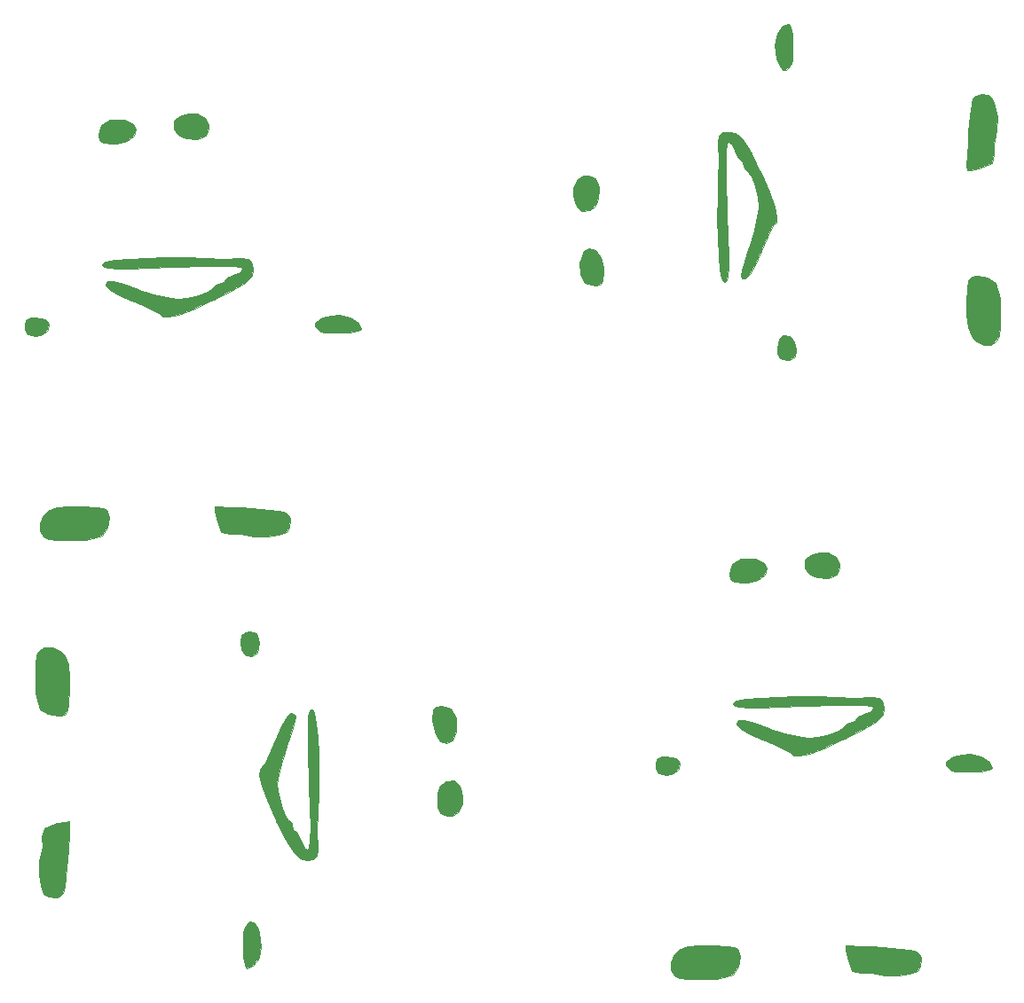
<source format=gbr>
G04 #@! TF.GenerationSoftware,KiCad,Pcbnew,(5.1.7)-1*
G04 #@! TF.CreationDate,2020-11-23T23:32:24-08:00*
G04 #@! TF.ProjectId,panelized001,70616e65-6c69-47a6-9564-3030312e6b69,rev?*
G04 #@! TF.SameCoordinates,Original*
G04 #@! TF.FileFunction,Copper,L2,Bot*
G04 #@! TF.FilePolarity,Positive*
%FSLAX46Y46*%
G04 Gerber Fmt 4.6, Leading zero omitted, Abs format (unit mm)*
G04 Created by KiCad (PCBNEW (5.1.7)-1) date 2020-11-23 23:32:24*
%MOMM*%
%LPD*%
G01*
G04 APERTURE LIST*
G04 #@! TA.AperFunction,EtchedComponent*
%ADD10C,0.010000*%
G04 #@! TD*
G04 APERTURE END LIST*
D10*
G36*
X102801000Y-89637000D02*
G01*
X103151000Y-89637000D01*
X103451000Y-89637000D01*
X104283502Y-90065994D01*
X104592449Y-90605412D01*
X104590290Y-91058063D01*
X104356922Y-91730354D01*
X103724862Y-92007336D01*
X103427388Y-92041421D01*
X102447375Y-91985206D01*
X101751694Y-91759309D01*
X101299223Y-91175483D01*
X101251000Y-90387000D01*
X101451000Y-90137000D01*
X101851000Y-89837000D01*
X102301000Y-89687000D01*
X102801000Y-89637000D01*
G37*
X102801000Y-89637000D02*
X103151000Y-89637000D01*
X103451000Y-89637000D01*
X104283502Y-90065994D01*
X104592449Y-90605412D01*
X104590290Y-91058063D01*
X104356922Y-91730354D01*
X103724862Y-92007336D01*
X103427388Y-92041421D01*
X102447375Y-91985206D01*
X101751694Y-91759309D01*
X101299223Y-91175483D01*
X101251000Y-90387000D01*
X101451000Y-90137000D01*
X101851000Y-89837000D01*
X102301000Y-89687000D01*
X102801000Y-89637000D01*
G36*
X96519343Y-90238307D02*
G01*
X97382598Y-90603053D01*
X97674671Y-91140857D01*
X97460400Y-91719341D01*
X96804618Y-92206128D01*
X95772164Y-92468842D01*
X95419333Y-92484222D01*
X94538796Y-92429332D01*
X94159139Y-92177502D01*
X94078777Y-91614689D01*
X94372755Y-90734977D01*
X95175434Y-90244721D01*
X96367933Y-90210964D01*
X96519343Y-90238307D01*
G37*
X96519343Y-90238307D02*
X97382598Y-90603053D01*
X97674671Y-91140857D01*
X97460400Y-91719341D01*
X96804618Y-92206128D01*
X95772164Y-92468842D01*
X95419333Y-92484222D01*
X94538796Y-92429332D01*
X94159139Y-92177502D01*
X94078777Y-91614689D01*
X94372755Y-90734977D01*
X95175434Y-90244721D01*
X96367933Y-90210964D01*
X96519343Y-90238307D01*
G36*
X102469334Y-103364202D02*
G01*
X104319344Y-103413383D01*
X105971495Y-103505736D01*
X107751000Y-103437000D01*
X108401000Y-103487000D01*
X108751000Y-103887000D01*
X108791544Y-104529010D01*
X108694882Y-105113512D01*
X108075691Y-105752873D01*
X106884057Y-106498042D01*
X105070063Y-107399968D01*
X105003995Y-107430682D01*
X103081385Y-108286737D01*
X101688269Y-108813076D01*
X100742094Y-109030993D01*
X100160308Y-108961778D01*
X99918381Y-108742370D01*
X99512978Y-108465316D01*
X98625984Y-108030635D01*
X97437531Y-107525498D01*
X97251728Y-107451914D01*
X96065782Y-106927967D01*
X95191622Y-106429980D01*
X94793033Y-106053639D01*
X94784333Y-106010432D01*
X94825388Y-105713349D01*
X95030988Y-105586765D01*
X95524785Y-105646591D01*
X96430431Y-105908735D01*
X97871577Y-106389107D01*
X97959333Y-106418944D01*
X99362881Y-106850027D01*
X100645359Y-107164221D01*
X101550180Y-107299573D01*
X101612049Y-107300888D01*
X102582233Y-107197803D01*
X103621519Y-106939761D01*
X104498394Y-106603590D01*
X104981346Y-106266114D01*
X105014888Y-106171686D01*
X105301615Y-105921307D01*
X105544055Y-105889777D01*
X106013814Y-105719604D01*
X106073222Y-105575244D01*
X106372198Y-105264681D01*
X106955166Y-105039356D01*
X107616388Y-104737525D01*
X107837111Y-104418425D01*
X107623216Y-104276214D01*
X106943270Y-104189700D01*
X105739883Y-104157574D01*
X103955663Y-104178529D01*
X101533218Y-104251257D01*
X101134333Y-104265700D01*
X98786355Y-104346583D01*
X97052747Y-104388753D01*
X95843176Y-104388179D01*
X95067310Y-104340827D01*
X94634816Y-104242664D01*
X94455361Y-104089656D01*
X94431555Y-103966443D01*
X94762227Y-103760075D01*
X95668322Y-103595884D01*
X97020961Y-103474034D01*
X98691263Y-103394694D01*
X100550347Y-103358027D01*
X102469334Y-103364202D01*
G37*
X102469334Y-103364202D02*
X104319344Y-103413383D01*
X105971495Y-103505736D01*
X107751000Y-103437000D01*
X108401000Y-103487000D01*
X108751000Y-103887000D01*
X108791544Y-104529010D01*
X108694882Y-105113512D01*
X108075691Y-105752873D01*
X106884057Y-106498042D01*
X105070063Y-107399968D01*
X105003995Y-107430682D01*
X103081385Y-108286737D01*
X101688269Y-108813076D01*
X100742094Y-109030993D01*
X100160308Y-108961778D01*
X99918381Y-108742370D01*
X99512978Y-108465316D01*
X98625984Y-108030635D01*
X97437531Y-107525498D01*
X97251728Y-107451914D01*
X96065782Y-106927967D01*
X95191622Y-106429980D01*
X94793033Y-106053639D01*
X94784333Y-106010432D01*
X94825388Y-105713349D01*
X95030988Y-105586765D01*
X95524785Y-105646591D01*
X96430431Y-105908735D01*
X97871577Y-106389107D01*
X97959333Y-106418944D01*
X99362881Y-106850027D01*
X100645359Y-107164221D01*
X101550180Y-107299573D01*
X101612049Y-107300888D01*
X102582233Y-107197803D01*
X103621519Y-106939761D01*
X104498394Y-106603590D01*
X104981346Y-106266114D01*
X105014888Y-106171686D01*
X105301615Y-105921307D01*
X105544055Y-105889777D01*
X106013814Y-105719604D01*
X106073222Y-105575244D01*
X106372198Y-105264681D01*
X106955166Y-105039356D01*
X107616388Y-104737525D01*
X107837111Y-104418425D01*
X107623216Y-104276214D01*
X106943270Y-104189700D01*
X105739883Y-104157574D01*
X103955663Y-104178529D01*
X101533218Y-104251257D01*
X101134333Y-104265700D01*
X98786355Y-104346583D01*
X97052747Y-104388753D01*
X95843176Y-104388179D01*
X95067310Y-104340827D01*
X94634816Y-104242664D01*
X94455361Y-104089656D01*
X94431555Y-103966443D01*
X94762227Y-103760075D01*
X95668322Y-103595884D01*
X97020961Y-103474034D01*
X98691263Y-103394694D01*
X100550347Y-103358027D01*
X102469334Y-103364202D01*
G36*
X118157009Y-109067387D02*
G01*
X118900699Y-109600905D01*
X119120598Y-110211305D01*
X118810004Y-110354323D01*
X118051000Y-110537000D01*
X116985990Y-110555345D01*
X115801000Y-110537000D01*
X115270589Y-110419522D01*
X114709529Y-109949938D01*
X114729527Y-109555839D01*
X115330039Y-109152113D01*
X115797598Y-108991177D01*
X117061998Y-108841877D01*
X118157009Y-109067387D01*
G37*
X118157009Y-109067387D02*
X118900699Y-109600905D01*
X119120598Y-110211305D01*
X118810004Y-110354323D01*
X118051000Y-110537000D01*
X116985990Y-110555345D01*
X115801000Y-110537000D01*
X115270589Y-110419522D01*
X114709529Y-109949938D01*
X114729527Y-109555839D01*
X115330039Y-109152113D01*
X115797598Y-108991177D01*
X117061998Y-108841877D01*
X118157009Y-109067387D01*
G36*
X89028522Y-109219767D02*
G01*
X89385412Y-109702643D01*
X89279679Y-110267664D01*
X88773069Y-110702291D01*
X88043812Y-110828666D01*
X87304990Y-110725211D01*
X87042739Y-110291638D01*
X87023222Y-109946722D01*
X87140274Y-109311966D01*
X87634019Y-109083509D01*
X88060735Y-109064777D01*
X89028522Y-109219767D01*
G37*
X89028522Y-109219767D02*
X89385412Y-109702643D01*
X89279679Y-110267664D01*
X88773069Y-110702291D01*
X88043812Y-110828666D01*
X87304990Y-110725211D01*
X87042739Y-110291638D01*
X87023222Y-109946722D01*
X87140274Y-109311966D01*
X87634019Y-109083509D01*
X88060735Y-109064777D01*
X89028522Y-109219767D01*
G36*
X106445538Y-127169095D02*
G01*
X107760085Y-127246069D01*
X108752098Y-127317382D01*
X110347699Y-127449466D01*
X111372416Y-127577443D01*
X111959485Y-127742245D01*
X112242138Y-127984807D01*
X112353611Y-128346062D01*
X112365893Y-128427659D01*
X112282645Y-129193518D01*
X112013115Y-129568785D01*
X111301000Y-129837000D01*
X110179418Y-130039122D01*
X108935827Y-130008571D01*
X107593707Y-129719289D01*
X106651000Y-129737000D01*
X105774393Y-129551656D01*
X105316355Y-128308899D01*
X105152765Y-127546251D01*
X105146525Y-127160083D01*
X105147791Y-127158726D01*
X105522918Y-127137698D01*
X106445538Y-127169095D01*
G37*
X106445538Y-127169095D02*
X107760085Y-127246069D01*
X108752098Y-127317382D01*
X110347699Y-127449466D01*
X111372416Y-127577443D01*
X111959485Y-127742245D01*
X112242138Y-127984807D01*
X112353611Y-128346062D01*
X112365893Y-128427659D01*
X112282645Y-129193518D01*
X112013115Y-129568785D01*
X111301000Y-129837000D01*
X110179418Y-130039122D01*
X108935827Y-130008571D01*
X107593707Y-129719289D01*
X106651000Y-129737000D01*
X105774393Y-129551656D01*
X105316355Y-128308899D01*
X105152765Y-127546251D01*
X105146525Y-127160083D01*
X105147791Y-127158726D01*
X105522918Y-127137698D01*
X106445538Y-127169095D01*
G36*
X92543404Y-127127698D02*
G01*
X93819899Y-127199008D01*
X94553632Y-127318252D01*
X94907139Y-127552432D01*
X95042955Y-127968553D01*
X95069057Y-128168861D01*
X94896281Y-129154646D01*
X94401000Y-129937000D01*
X92901000Y-130337000D01*
X91351000Y-130337000D01*
X90201000Y-130337000D01*
X89301000Y-130237000D01*
X88875305Y-129997806D01*
X88474959Y-129520339D01*
X88481779Y-128760951D01*
X88852140Y-127980490D01*
X89280210Y-127576803D01*
X90104820Y-127242408D01*
X91335101Y-127110666D01*
X92543404Y-127127698D01*
G37*
X92543404Y-127127698D02*
X93819899Y-127199008D01*
X94553632Y-127318252D01*
X94907139Y-127552432D01*
X95042955Y-127968553D01*
X95069057Y-128168861D01*
X94896281Y-129154646D01*
X94401000Y-129937000D01*
X92901000Y-130337000D01*
X91351000Y-130337000D01*
X90201000Y-130337000D01*
X89301000Y-130237000D01*
X88875305Y-129997806D01*
X88474959Y-129520339D01*
X88481779Y-128760951D01*
X88852140Y-127980490D01*
X89280210Y-127576803D01*
X90104820Y-127242408D01*
X91335101Y-127110666D01*
X92543404Y-127127698D01*
G36*
X79223000Y-55441000D02*
G01*
X79223000Y-55091000D01*
X79223000Y-54791000D01*
X79651994Y-53958498D01*
X80191412Y-53649551D01*
X80644063Y-53651710D01*
X81316354Y-53885078D01*
X81593336Y-54517138D01*
X81627421Y-54814612D01*
X81571206Y-55794625D01*
X81345309Y-56490306D01*
X80761483Y-56942777D01*
X79973000Y-56991000D01*
X79723000Y-56791000D01*
X79423000Y-56391000D01*
X79273000Y-55941000D01*
X79223000Y-55441000D01*
G37*
X79223000Y-55441000D02*
X79223000Y-55091000D01*
X79223000Y-54791000D01*
X79651994Y-53958498D01*
X80191412Y-53649551D01*
X80644063Y-53651710D01*
X81316354Y-53885078D01*
X81593336Y-54517138D01*
X81627421Y-54814612D01*
X81571206Y-55794625D01*
X81345309Y-56490306D01*
X80761483Y-56942777D01*
X79973000Y-56991000D01*
X79723000Y-56791000D01*
X79423000Y-56391000D01*
X79273000Y-55941000D01*
X79223000Y-55441000D01*
G36*
X79824307Y-61722657D02*
G01*
X80189053Y-60859402D01*
X80726857Y-60567329D01*
X81305341Y-60781600D01*
X81792128Y-61437382D01*
X82054842Y-62469836D01*
X82070222Y-62822667D01*
X82015332Y-63703204D01*
X81763502Y-64082861D01*
X81200689Y-64163223D01*
X80320977Y-63869245D01*
X79830721Y-63066566D01*
X79796964Y-61874067D01*
X79824307Y-61722657D01*
G37*
X79824307Y-61722657D02*
X80189053Y-60859402D01*
X80726857Y-60567329D01*
X81305341Y-60781600D01*
X81792128Y-61437382D01*
X82054842Y-62469836D01*
X82070222Y-62822667D01*
X82015332Y-63703204D01*
X81763502Y-64082861D01*
X81200689Y-64163223D01*
X80320977Y-63869245D01*
X79830721Y-63066566D01*
X79796964Y-61874067D01*
X79824307Y-61722657D01*
G36*
X92950202Y-55772666D02*
G01*
X92999383Y-53922656D01*
X93091736Y-52270505D01*
X93023000Y-50491000D01*
X93073000Y-49841000D01*
X93473000Y-49491000D01*
X94115010Y-49450456D01*
X94699512Y-49547118D01*
X95338873Y-50166309D01*
X96084042Y-51357943D01*
X96985968Y-53171937D01*
X97016682Y-53238005D01*
X97872737Y-55160615D01*
X98399076Y-56553731D01*
X98616993Y-57499906D01*
X98547778Y-58081692D01*
X98328370Y-58323619D01*
X98051316Y-58729022D01*
X97616635Y-59616016D01*
X97111498Y-60804469D01*
X97037914Y-60990272D01*
X96513967Y-62176218D01*
X96015980Y-63050378D01*
X95639639Y-63448967D01*
X95596432Y-63457667D01*
X95299349Y-63416612D01*
X95172765Y-63211012D01*
X95232591Y-62717215D01*
X95494735Y-61811569D01*
X95975107Y-60370423D01*
X96004944Y-60282667D01*
X96436027Y-58879119D01*
X96750221Y-57596641D01*
X96885573Y-56691820D01*
X96886888Y-56629951D01*
X96783803Y-55659767D01*
X96525761Y-54620481D01*
X96189590Y-53743606D01*
X95852114Y-53260654D01*
X95757686Y-53227112D01*
X95507307Y-52940385D01*
X95475777Y-52697945D01*
X95305604Y-52228186D01*
X95161244Y-52168778D01*
X94850681Y-51869802D01*
X94625356Y-51286834D01*
X94323525Y-50625612D01*
X94004425Y-50404889D01*
X93862214Y-50618784D01*
X93775700Y-51298730D01*
X93743574Y-52502117D01*
X93764529Y-54286337D01*
X93837257Y-56708782D01*
X93851700Y-57107667D01*
X93932583Y-59455645D01*
X93974753Y-61189253D01*
X93974179Y-62398824D01*
X93926827Y-63174690D01*
X93828664Y-63607184D01*
X93675656Y-63786639D01*
X93552443Y-63810445D01*
X93346075Y-63479773D01*
X93181884Y-62573678D01*
X93060034Y-61221039D01*
X92980694Y-59550737D01*
X92944027Y-57691653D01*
X92950202Y-55772666D01*
G37*
X92950202Y-55772666D02*
X92999383Y-53922656D01*
X93091736Y-52270505D01*
X93023000Y-50491000D01*
X93073000Y-49841000D01*
X93473000Y-49491000D01*
X94115010Y-49450456D01*
X94699512Y-49547118D01*
X95338873Y-50166309D01*
X96084042Y-51357943D01*
X96985968Y-53171937D01*
X97016682Y-53238005D01*
X97872737Y-55160615D01*
X98399076Y-56553731D01*
X98616993Y-57499906D01*
X98547778Y-58081692D01*
X98328370Y-58323619D01*
X98051316Y-58729022D01*
X97616635Y-59616016D01*
X97111498Y-60804469D01*
X97037914Y-60990272D01*
X96513967Y-62176218D01*
X96015980Y-63050378D01*
X95639639Y-63448967D01*
X95596432Y-63457667D01*
X95299349Y-63416612D01*
X95172765Y-63211012D01*
X95232591Y-62717215D01*
X95494735Y-61811569D01*
X95975107Y-60370423D01*
X96004944Y-60282667D01*
X96436027Y-58879119D01*
X96750221Y-57596641D01*
X96885573Y-56691820D01*
X96886888Y-56629951D01*
X96783803Y-55659767D01*
X96525761Y-54620481D01*
X96189590Y-53743606D01*
X95852114Y-53260654D01*
X95757686Y-53227112D01*
X95507307Y-52940385D01*
X95475777Y-52697945D01*
X95305604Y-52228186D01*
X95161244Y-52168778D01*
X94850681Y-51869802D01*
X94625356Y-51286834D01*
X94323525Y-50625612D01*
X94004425Y-50404889D01*
X93862214Y-50618784D01*
X93775700Y-51298730D01*
X93743574Y-52502117D01*
X93764529Y-54286337D01*
X93837257Y-56708782D01*
X93851700Y-57107667D01*
X93932583Y-59455645D01*
X93974753Y-61189253D01*
X93974179Y-62398824D01*
X93926827Y-63174690D01*
X93828664Y-63607184D01*
X93675656Y-63786639D01*
X93552443Y-63810445D01*
X93346075Y-63479773D01*
X93181884Y-62573678D01*
X93060034Y-61221039D01*
X92980694Y-59550737D01*
X92944027Y-57691653D01*
X92950202Y-55772666D01*
G36*
X98653387Y-40084991D02*
G01*
X99186905Y-39341301D01*
X99797305Y-39121402D01*
X99940323Y-39431996D01*
X100123000Y-40191000D01*
X100141345Y-41256010D01*
X100123000Y-42441000D01*
X100005522Y-42971411D01*
X99535938Y-43532471D01*
X99141839Y-43512473D01*
X98738113Y-42911961D01*
X98577177Y-42444402D01*
X98427877Y-41180002D01*
X98653387Y-40084991D01*
G37*
X98653387Y-40084991D02*
X99186905Y-39341301D01*
X99797305Y-39121402D01*
X99940323Y-39431996D01*
X100123000Y-40191000D01*
X100141345Y-41256010D01*
X100123000Y-42441000D01*
X100005522Y-42971411D01*
X99535938Y-43532471D01*
X99141839Y-43512473D01*
X98738113Y-42911961D01*
X98577177Y-42444402D01*
X98427877Y-41180002D01*
X98653387Y-40084991D01*
G36*
X98805767Y-69213478D02*
G01*
X99288643Y-68856588D01*
X99853664Y-68962321D01*
X100288291Y-69468931D01*
X100414666Y-70198188D01*
X100311211Y-70937010D01*
X99877638Y-71199261D01*
X99532722Y-71218778D01*
X98897966Y-71101726D01*
X98669509Y-70607981D01*
X98650777Y-70181265D01*
X98805767Y-69213478D01*
G37*
X98805767Y-69213478D02*
X99288643Y-68856588D01*
X99853664Y-68962321D01*
X100288291Y-69468931D01*
X100414666Y-70198188D01*
X100311211Y-70937010D01*
X99877638Y-71199261D01*
X99532722Y-71218778D01*
X98897966Y-71101726D01*
X98669509Y-70607981D01*
X98650777Y-70181265D01*
X98805767Y-69213478D01*
G36*
X116755095Y-51796462D02*
G01*
X116832069Y-50481915D01*
X116903382Y-49489902D01*
X117035466Y-47894301D01*
X117163443Y-46869584D01*
X117328245Y-46282515D01*
X117570807Y-45999862D01*
X117932062Y-45888389D01*
X118013659Y-45876107D01*
X118779518Y-45959355D01*
X119154785Y-46228885D01*
X119423000Y-46941000D01*
X119625122Y-48062582D01*
X119594571Y-49306173D01*
X119305289Y-50648293D01*
X119323000Y-51591000D01*
X119137656Y-52467607D01*
X117894899Y-52925645D01*
X117132251Y-53089235D01*
X116746083Y-53095475D01*
X116744726Y-53094209D01*
X116723698Y-52719082D01*
X116755095Y-51796462D01*
G37*
X116755095Y-51796462D02*
X116832069Y-50481915D01*
X116903382Y-49489902D01*
X117035466Y-47894301D01*
X117163443Y-46869584D01*
X117328245Y-46282515D01*
X117570807Y-45999862D01*
X117932062Y-45888389D01*
X118013659Y-45876107D01*
X118779518Y-45959355D01*
X119154785Y-46228885D01*
X119423000Y-46941000D01*
X119625122Y-48062582D01*
X119594571Y-49306173D01*
X119305289Y-50648293D01*
X119323000Y-51591000D01*
X119137656Y-52467607D01*
X117894899Y-52925645D01*
X117132251Y-53089235D01*
X116746083Y-53095475D01*
X116744726Y-53094209D01*
X116723698Y-52719082D01*
X116755095Y-51796462D01*
G36*
X116713698Y-65698596D02*
G01*
X116785008Y-64422101D01*
X116904252Y-63688368D01*
X117138432Y-63334861D01*
X117554553Y-63199045D01*
X117754861Y-63172943D01*
X118740646Y-63345719D01*
X119523000Y-63841000D01*
X119923000Y-65341000D01*
X119923000Y-66891000D01*
X119923000Y-68041000D01*
X119823000Y-68941000D01*
X119583806Y-69366695D01*
X119106339Y-69767041D01*
X118346951Y-69760221D01*
X117566490Y-69389860D01*
X117162803Y-68961790D01*
X116828408Y-68137180D01*
X116696666Y-66906899D01*
X116713698Y-65698596D01*
G37*
X116713698Y-65698596D02*
X116785008Y-64422101D01*
X116904252Y-63688368D01*
X117138432Y-63334861D01*
X117554553Y-63199045D01*
X117754861Y-63172943D01*
X118740646Y-63345719D01*
X119523000Y-63841000D01*
X119923000Y-65341000D01*
X119923000Y-66891000D01*
X119923000Y-68041000D01*
X119823000Y-68941000D01*
X119583806Y-69366695D01*
X119106339Y-69767041D01*
X118346951Y-69760221D01*
X117566490Y-69389860D01*
X117162803Y-68961790D01*
X116828408Y-68137180D01*
X116696666Y-66906899D01*
X116713698Y-65698596D01*
G36*
X68605000Y-112961000D02*
G01*
X68605000Y-113311000D01*
X68605000Y-113611000D01*
X68176006Y-114443502D01*
X67636588Y-114752449D01*
X67183937Y-114750290D01*
X66511646Y-114516922D01*
X66234664Y-113884862D01*
X66200579Y-113587388D01*
X66256794Y-112607375D01*
X66482691Y-111911694D01*
X67066517Y-111459223D01*
X67855000Y-111411000D01*
X68105000Y-111611000D01*
X68405000Y-112011000D01*
X68555000Y-112461000D01*
X68605000Y-112961000D01*
G37*
X68605000Y-112961000D02*
X68605000Y-113311000D01*
X68605000Y-113611000D01*
X68176006Y-114443502D01*
X67636588Y-114752449D01*
X67183937Y-114750290D01*
X66511646Y-114516922D01*
X66234664Y-113884862D01*
X66200579Y-113587388D01*
X66256794Y-112607375D01*
X66482691Y-111911694D01*
X67066517Y-111459223D01*
X67855000Y-111411000D01*
X68105000Y-111611000D01*
X68405000Y-112011000D01*
X68555000Y-112461000D01*
X68605000Y-112961000D01*
G36*
X68003693Y-106679343D02*
G01*
X67638947Y-107542598D01*
X67101143Y-107834671D01*
X66522659Y-107620400D01*
X66035872Y-106964618D01*
X65773158Y-105932164D01*
X65757778Y-105579333D01*
X65812668Y-104698796D01*
X66064498Y-104319139D01*
X66627311Y-104238777D01*
X67507023Y-104532755D01*
X67997279Y-105335434D01*
X68031036Y-106527933D01*
X68003693Y-106679343D01*
G37*
X68003693Y-106679343D02*
X67638947Y-107542598D01*
X67101143Y-107834671D01*
X66522659Y-107620400D01*
X66035872Y-106964618D01*
X65773158Y-105932164D01*
X65757778Y-105579333D01*
X65812668Y-104698796D01*
X66064498Y-104319139D01*
X66627311Y-104238777D01*
X67507023Y-104532755D01*
X67997279Y-105335434D01*
X68031036Y-106527933D01*
X68003693Y-106679343D01*
G36*
X54877798Y-112629334D02*
G01*
X54828617Y-114479344D01*
X54736264Y-116131495D01*
X54805000Y-117911000D01*
X54755000Y-118561000D01*
X54355000Y-118911000D01*
X53712990Y-118951544D01*
X53128488Y-118854882D01*
X52489127Y-118235691D01*
X51743958Y-117044057D01*
X50842032Y-115230063D01*
X50811318Y-115163995D01*
X49955263Y-113241385D01*
X49428924Y-111848269D01*
X49211007Y-110902094D01*
X49280222Y-110320308D01*
X49499630Y-110078381D01*
X49776684Y-109672978D01*
X50211365Y-108785984D01*
X50716502Y-107597531D01*
X50790086Y-107411728D01*
X51314033Y-106225782D01*
X51812020Y-105351622D01*
X52188361Y-104953033D01*
X52231568Y-104944333D01*
X52528651Y-104985388D01*
X52655235Y-105190988D01*
X52595409Y-105684785D01*
X52333265Y-106590431D01*
X51852893Y-108031577D01*
X51823056Y-108119333D01*
X51391973Y-109522881D01*
X51077779Y-110805359D01*
X50942427Y-111710180D01*
X50941112Y-111772049D01*
X51044197Y-112742233D01*
X51302239Y-113781519D01*
X51638410Y-114658394D01*
X51975886Y-115141346D01*
X52070314Y-115174888D01*
X52320693Y-115461615D01*
X52352223Y-115704055D01*
X52522396Y-116173814D01*
X52666756Y-116233222D01*
X52977319Y-116532198D01*
X53202644Y-117115166D01*
X53504475Y-117776388D01*
X53823575Y-117997111D01*
X53965786Y-117783216D01*
X54052300Y-117103270D01*
X54084426Y-115899883D01*
X54063471Y-114115663D01*
X53990743Y-111693218D01*
X53976300Y-111294333D01*
X53895417Y-108946355D01*
X53853247Y-107212747D01*
X53853821Y-106003176D01*
X53901173Y-105227310D01*
X53999336Y-104794816D01*
X54152344Y-104615361D01*
X54275557Y-104591555D01*
X54481925Y-104922227D01*
X54646116Y-105828322D01*
X54767966Y-107180961D01*
X54847306Y-108851263D01*
X54883973Y-110710347D01*
X54877798Y-112629334D01*
G37*
X54877798Y-112629334D02*
X54828617Y-114479344D01*
X54736264Y-116131495D01*
X54805000Y-117911000D01*
X54755000Y-118561000D01*
X54355000Y-118911000D01*
X53712990Y-118951544D01*
X53128488Y-118854882D01*
X52489127Y-118235691D01*
X51743958Y-117044057D01*
X50842032Y-115230063D01*
X50811318Y-115163995D01*
X49955263Y-113241385D01*
X49428924Y-111848269D01*
X49211007Y-110902094D01*
X49280222Y-110320308D01*
X49499630Y-110078381D01*
X49776684Y-109672978D01*
X50211365Y-108785984D01*
X50716502Y-107597531D01*
X50790086Y-107411728D01*
X51314033Y-106225782D01*
X51812020Y-105351622D01*
X52188361Y-104953033D01*
X52231568Y-104944333D01*
X52528651Y-104985388D01*
X52655235Y-105190988D01*
X52595409Y-105684785D01*
X52333265Y-106590431D01*
X51852893Y-108031577D01*
X51823056Y-108119333D01*
X51391973Y-109522881D01*
X51077779Y-110805359D01*
X50942427Y-111710180D01*
X50941112Y-111772049D01*
X51044197Y-112742233D01*
X51302239Y-113781519D01*
X51638410Y-114658394D01*
X51975886Y-115141346D01*
X52070314Y-115174888D01*
X52320693Y-115461615D01*
X52352223Y-115704055D01*
X52522396Y-116173814D01*
X52666756Y-116233222D01*
X52977319Y-116532198D01*
X53202644Y-117115166D01*
X53504475Y-117776388D01*
X53823575Y-117997111D01*
X53965786Y-117783216D01*
X54052300Y-117103270D01*
X54084426Y-115899883D01*
X54063471Y-114115663D01*
X53990743Y-111693218D01*
X53976300Y-111294333D01*
X53895417Y-108946355D01*
X53853247Y-107212747D01*
X53853821Y-106003176D01*
X53901173Y-105227310D01*
X53999336Y-104794816D01*
X54152344Y-104615361D01*
X54275557Y-104591555D01*
X54481925Y-104922227D01*
X54646116Y-105828322D01*
X54767966Y-107180961D01*
X54847306Y-108851263D01*
X54883973Y-110710347D01*
X54877798Y-112629334D01*
G36*
X49174613Y-128317009D02*
G01*
X48641095Y-129060699D01*
X48030695Y-129280598D01*
X47887677Y-128970004D01*
X47705000Y-128211000D01*
X47686655Y-127145990D01*
X47705000Y-125961000D01*
X47822478Y-125430589D01*
X48292062Y-124869529D01*
X48686161Y-124889527D01*
X49089887Y-125490039D01*
X49250823Y-125957598D01*
X49400123Y-127221998D01*
X49174613Y-128317009D01*
G37*
X49174613Y-128317009D02*
X48641095Y-129060699D01*
X48030695Y-129280598D01*
X47887677Y-128970004D01*
X47705000Y-128211000D01*
X47686655Y-127145990D01*
X47705000Y-125961000D01*
X47822478Y-125430589D01*
X48292062Y-124869529D01*
X48686161Y-124889527D01*
X49089887Y-125490039D01*
X49250823Y-125957598D01*
X49400123Y-127221998D01*
X49174613Y-128317009D01*
G36*
X49022233Y-99188522D02*
G01*
X48539357Y-99545412D01*
X47974336Y-99439679D01*
X47539709Y-98933069D01*
X47413334Y-98203812D01*
X47516789Y-97464990D01*
X47950362Y-97202739D01*
X48295278Y-97183222D01*
X48930034Y-97300274D01*
X49158491Y-97794019D01*
X49177223Y-98220735D01*
X49022233Y-99188522D01*
G37*
X49022233Y-99188522D02*
X48539357Y-99545412D01*
X47974336Y-99439679D01*
X47539709Y-98933069D01*
X47413334Y-98203812D01*
X47516789Y-97464990D01*
X47950362Y-97202739D01*
X48295278Y-97183222D01*
X48930034Y-97300274D01*
X49158491Y-97794019D01*
X49177223Y-98220735D01*
X49022233Y-99188522D01*
G36*
X31072905Y-116605538D02*
G01*
X30995931Y-117920085D01*
X30924618Y-118912098D01*
X30792534Y-120507699D01*
X30664557Y-121532416D01*
X30499755Y-122119485D01*
X30257193Y-122402138D01*
X29895938Y-122513611D01*
X29814341Y-122525893D01*
X29048482Y-122442645D01*
X28673215Y-122173115D01*
X28405000Y-121461000D01*
X28202878Y-120339418D01*
X28233429Y-119095827D01*
X28522711Y-117753707D01*
X28505000Y-116811000D01*
X28690344Y-115934393D01*
X29933101Y-115476355D01*
X30695749Y-115312765D01*
X31081917Y-115306525D01*
X31083274Y-115307791D01*
X31104302Y-115682918D01*
X31072905Y-116605538D01*
G37*
X31072905Y-116605538D02*
X30995931Y-117920085D01*
X30924618Y-118912098D01*
X30792534Y-120507699D01*
X30664557Y-121532416D01*
X30499755Y-122119485D01*
X30257193Y-122402138D01*
X29895938Y-122513611D01*
X29814341Y-122525893D01*
X29048482Y-122442645D01*
X28673215Y-122173115D01*
X28405000Y-121461000D01*
X28202878Y-120339418D01*
X28233429Y-119095827D01*
X28522711Y-117753707D01*
X28505000Y-116811000D01*
X28690344Y-115934393D01*
X29933101Y-115476355D01*
X30695749Y-115312765D01*
X31081917Y-115306525D01*
X31083274Y-115307791D01*
X31104302Y-115682918D01*
X31072905Y-116605538D01*
G36*
X31114302Y-102703404D02*
G01*
X31042992Y-103979899D01*
X30923748Y-104713632D01*
X30689568Y-105067139D01*
X30273447Y-105202955D01*
X30073139Y-105229057D01*
X29087354Y-105056281D01*
X28305000Y-104561000D01*
X27905000Y-103061000D01*
X27905000Y-101511000D01*
X27905000Y-100361000D01*
X28005000Y-99461000D01*
X28244194Y-99035305D01*
X28721661Y-98634959D01*
X29481049Y-98641779D01*
X30261510Y-99012140D01*
X30665197Y-99440210D01*
X30999592Y-100264820D01*
X31131334Y-101495101D01*
X31114302Y-102703404D01*
G37*
X31114302Y-102703404D02*
X31042992Y-103979899D01*
X30923748Y-104713632D01*
X30689568Y-105067139D01*
X30273447Y-105202955D01*
X30073139Y-105229057D01*
X29087354Y-105056281D01*
X28305000Y-104561000D01*
X27905000Y-103061000D01*
X27905000Y-101511000D01*
X27905000Y-100361000D01*
X28005000Y-99461000D01*
X28244194Y-99035305D01*
X28721661Y-98634959D01*
X29481049Y-98641779D01*
X30261510Y-99012140D01*
X30665197Y-99440210D01*
X30999592Y-100264820D01*
X31131334Y-101495101D01*
X31114302Y-102703404D01*
G36*
X42603000Y-47727000D02*
G01*
X42953000Y-47727000D01*
X43253000Y-47727000D01*
X44085502Y-48155994D01*
X44394449Y-48695412D01*
X44392290Y-49148063D01*
X44158922Y-49820354D01*
X43526862Y-50097336D01*
X43229388Y-50131421D01*
X42249375Y-50075206D01*
X41553694Y-49849309D01*
X41101223Y-49265483D01*
X41053000Y-48477000D01*
X41253000Y-48227000D01*
X41653000Y-47927000D01*
X42103000Y-47777000D01*
X42603000Y-47727000D01*
G37*
X42603000Y-47727000D02*
X42953000Y-47727000D01*
X43253000Y-47727000D01*
X44085502Y-48155994D01*
X44394449Y-48695412D01*
X44392290Y-49148063D01*
X44158922Y-49820354D01*
X43526862Y-50097336D01*
X43229388Y-50131421D01*
X42249375Y-50075206D01*
X41553694Y-49849309D01*
X41101223Y-49265483D01*
X41053000Y-48477000D01*
X41253000Y-48227000D01*
X41653000Y-47927000D01*
X42103000Y-47777000D01*
X42603000Y-47727000D01*
G36*
X36321343Y-48328307D02*
G01*
X37184598Y-48693053D01*
X37476671Y-49230857D01*
X37262400Y-49809341D01*
X36606618Y-50296128D01*
X35574164Y-50558842D01*
X35221333Y-50574222D01*
X34340796Y-50519332D01*
X33961139Y-50267502D01*
X33880777Y-49704689D01*
X34174755Y-48824977D01*
X34977434Y-48334721D01*
X36169933Y-48300964D01*
X36321343Y-48328307D01*
G37*
X36321343Y-48328307D02*
X37184598Y-48693053D01*
X37476671Y-49230857D01*
X37262400Y-49809341D01*
X36606618Y-50296128D01*
X35574164Y-50558842D01*
X35221333Y-50574222D01*
X34340796Y-50519332D01*
X33961139Y-50267502D01*
X33880777Y-49704689D01*
X34174755Y-48824977D01*
X34977434Y-48334721D01*
X36169933Y-48300964D01*
X36321343Y-48328307D01*
G36*
X42271334Y-61454202D02*
G01*
X44121344Y-61503383D01*
X45773495Y-61595736D01*
X47553000Y-61527000D01*
X48203000Y-61577000D01*
X48553000Y-61977000D01*
X48593544Y-62619010D01*
X48496882Y-63203512D01*
X47877691Y-63842873D01*
X46686057Y-64588042D01*
X44872063Y-65489968D01*
X44805995Y-65520682D01*
X42883385Y-66376737D01*
X41490269Y-66903076D01*
X40544094Y-67120993D01*
X39962308Y-67051778D01*
X39720381Y-66832370D01*
X39314978Y-66555316D01*
X38427984Y-66120635D01*
X37239531Y-65615498D01*
X37053728Y-65541914D01*
X35867782Y-65017967D01*
X34993622Y-64519980D01*
X34595033Y-64143639D01*
X34586333Y-64100432D01*
X34627388Y-63803349D01*
X34832988Y-63676765D01*
X35326785Y-63736591D01*
X36232431Y-63998735D01*
X37673577Y-64479107D01*
X37761333Y-64508944D01*
X39164881Y-64940027D01*
X40447359Y-65254221D01*
X41352180Y-65389573D01*
X41414049Y-65390888D01*
X42384233Y-65287803D01*
X43423519Y-65029761D01*
X44300394Y-64693590D01*
X44783346Y-64356114D01*
X44816888Y-64261686D01*
X45103615Y-64011307D01*
X45346055Y-63979777D01*
X45815814Y-63809604D01*
X45875222Y-63665244D01*
X46174198Y-63354681D01*
X46757166Y-63129356D01*
X47418388Y-62827525D01*
X47639111Y-62508425D01*
X47425216Y-62366214D01*
X46745270Y-62279700D01*
X45541883Y-62247574D01*
X43757663Y-62268529D01*
X41335218Y-62341257D01*
X40936333Y-62355700D01*
X38588355Y-62436583D01*
X36854747Y-62478753D01*
X35645176Y-62478179D01*
X34869310Y-62430827D01*
X34436816Y-62332664D01*
X34257361Y-62179656D01*
X34233555Y-62056443D01*
X34564227Y-61850075D01*
X35470322Y-61685884D01*
X36822961Y-61564034D01*
X38493263Y-61484694D01*
X40352347Y-61448027D01*
X42271334Y-61454202D01*
G37*
X42271334Y-61454202D02*
X44121344Y-61503383D01*
X45773495Y-61595736D01*
X47553000Y-61527000D01*
X48203000Y-61577000D01*
X48553000Y-61977000D01*
X48593544Y-62619010D01*
X48496882Y-63203512D01*
X47877691Y-63842873D01*
X46686057Y-64588042D01*
X44872063Y-65489968D01*
X44805995Y-65520682D01*
X42883385Y-66376737D01*
X41490269Y-66903076D01*
X40544094Y-67120993D01*
X39962308Y-67051778D01*
X39720381Y-66832370D01*
X39314978Y-66555316D01*
X38427984Y-66120635D01*
X37239531Y-65615498D01*
X37053728Y-65541914D01*
X35867782Y-65017967D01*
X34993622Y-64519980D01*
X34595033Y-64143639D01*
X34586333Y-64100432D01*
X34627388Y-63803349D01*
X34832988Y-63676765D01*
X35326785Y-63736591D01*
X36232431Y-63998735D01*
X37673577Y-64479107D01*
X37761333Y-64508944D01*
X39164881Y-64940027D01*
X40447359Y-65254221D01*
X41352180Y-65389573D01*
X41414049Y-65390888D01*
X42384233Y-65287803D01*
X43423519Y-65029761D01*
X44300394Y-64693590D01*
X44783346Y-64356114D01*
X44816888Y-64261686D01*
X45103615Y-64011307D01*
X45346055Y-63979777D01*
X45815814Y-63809604D01*
X45875222Y-63665244D01*
X46174198Y-63354681D01*
X46757166Y-63129356D01*
X47418388Y-62827525D01*
X47639111Y-62508425D01*
X47425216Y-62366214D01*
X46745270Y-62279700D01*
X45541883Y-62247574D01*
X43757663Y-62268529D01*
X41335218Y-62341257D01*
X40936333Y-62355700D01*
X38588355Y-62436583D01*
X36854747Y-62478753D01*
X35645176Y-62478179D01*
X34869310Y-62430827D01*
X34436816Y-62332664D01*
X34257361Y-62179656D01*
X34233555Y-62056443D01*
X34564227Y-61850075D01*
X35470322Y-61685884D01*
X36822961Y-61564034D01*
X38493263Y-61484694D01*
X40352347Y-61448027D01*
X42271334Y-61454202D01*
G36*
X57959009Y-67157387D02*
G01*
X58702699Y-67690905D01*
X58922598Y-68301305D01*
X58612004Y-68444323D01*
X57853000Y-68627000D01*
X56787990Y-68645345D01*
X55603000Y-68627000D01*
X55072589Y-68509522D01*
X54511529Y-68039938D01*
X54531527Y-67645839D01*
X55132039Y-67242113D01*
X55599598Y-67081177D01*
X56863998Y-66931877D01*
X57959009Y-67157387D01*
G37*
X57959009Y-67157387D02*
X58702699Y-67690905D01*
X58922598Y-68301305D01*
X58612004Y-68444323D01*
X57853000Y-68627000D01*
X56787990Y-68645345D01*
X55603000Y-68627000D01*
X55072589Y-68509522D01*
X54511529Y-68039938D01*
X54531527Y-67645839D01*
X55132039Y-67242113D01*
X55599598Y-67081177D01*
X56863998Y-66931877D01*
X57959009Y-67157387D01*
G36*
X28830522Y-67309767D02*
G01*
X29187412Y-67792643D01*
X29081679Y-68357664D01*
X28575069Y-68792291D01*
X27845812Y-68918666D01*
X27106990Y-68815211D01*
X26844739Y-68381638D01*
X26825222Y-68036722D01*
X26942274Y-67401966D01*
X27436019Y-67173509D01*
X27862735Y-67154777D01*
X28830522Y-67309767D01*
G37*
X28830522Y-67309767D02*
X29187412Y-67792643D01*
X29081679Y-68357664D01*
X28575069Y-68792291D01*
X27845812Y-68918666D01*
X27106990Y-68815211D01*
X26844739Y-68381638D01*
X26825222Y-68036722D01*
X26942274Y-67401966D01*
X27436019Y-67173509D01*
X27862735Y-67154777D01*
X28830522Y-67309767D01*
G36*
X46247538Y-85259095D02*
G01*
X47562085Y-85336069D01*
X48554098Y-85407382D01*
X50149699Y-85539466D01*
X51174416Y-85667443D01*
X51761485Y-85832245D01*
X52044138Y-86074807D01*
X52155611Y-86436062D01*
X52167893Y-86517659D01*
X52084645Y-87283518D01*
X51815115Y-87658785D01*
X51103000Y-87927000D01*
X49981418Y-88129122D01*
X48737827Y-88098571D01*
X47395707Y-87809289D01*
X46453000Y-87827000D01*
X45576393Y-87641656D01*
X45118355Y-86398899D01*
X44954765Y-85636251D01*
X44948525Y-85250083D01*
X44949791Y-85248726D01*
X45324918Y-85227698D01*
X46247538Y-85259095D01*
G37*
X46247538Y-85259095D02*
X47562085Y-85336069D01*
X48554098Y-85407382D01*
X50149699Y-85539466D01*
X51174416Y-85667443D01*
X51761485Y-85832245D01*
X52044138Y-86074807D01*
X52155611Y-86436062D01*
X52167893Y-86517659D01*
X52084645Y-87283518D01*
X51815115Y-87658785D01*
X51103000Y-87927000D01*
X49981418Y-88129122D01*
X48737827Y-88098571D01*
X47395707Y-87809289D01*
X46453000Y-87827000D01*
X45576393Y-87641656D01*
X45118355Y-86398899D01*
X44954765Y-85636251D01*
X44948525Y-85250083D01*
X44949791Y-85248726D01*
X45324918Y-85227698D01*
X46247538Y-85259095D01*
G36*
X32345404Y-85217698D02*
G01*
X33621899Y-85289008D01*
X34355632Y-85408252D01*
X34709139Y-85642432D01*
X34844955Y-86058553D01*
X34871057Y-86258861D01*
X34698281Y-87244646D01*
X34203000Y-88027000D01*
X32703000Y-88427000D01*
X31153000Y-88427000D01*
X30003000Y-88427000D01*
X29103000Y-88327000D01*
X28677305Y-88087806D01*
X28276959Y-87610339D01*
X28283779Y-86850951D01*
X28654140Y-86070490D01*
X29082210Y-85666803D01*
X29906820Y-85332408D01*
X31137101Y-85200666D01*
X32345404Y-85217698D01*
G37*
X32345404Y-85217698D02*
X33621899Y-85289008D01*
X34355632Y-85408252D01*
X34709139Y-85642432D01*
X34844955Y-86058553D01*
X34871057Y-86258861D01*
X34698281Y-87244646D01*
X34203000Y-88027000D01*
X32703000Y-88427000D01*
X31153000Y-88427000D01*
X30003000Y-88427000D01*
X29103000Y-88327000D01*
X28677305Y-88087806D01*
X28276959Y-87610339D01*
X28283779Y-86850951D01*
X28654140Y-86070490D01*
X29082210Y-85666803D01*
X29906820Y-85332408D01*
X31137101Y-85200666D01*
X32345404Y-85217698D01*
M02*

</source>
